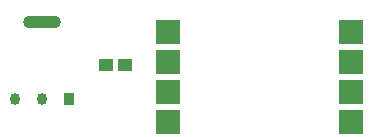
<source format=gbp>
G04*
G04 #@! TF.GenerationSoftware,Altium Limited,Altium Designer,23.4.1 (23)*
G04*
G04 Layer_Color=128*
%FSLAX44Y44*%
%MOMM*%
G71*
G04*
G04 #@! TF.SameCoordinates,0DB361A5-78C8-4FEA-9A46-C3B996989F44*
G04*
G04*
G04 #@! TF.FilePolarity,Positive*
G04*
G01*
G75*
%ADD21R,1.2084X1.0121*%
%ADD31R,2.0000X2.0000*%
%ADD32R,0.8721X1.0043*%
G04:AMPARAMS|DCode=33|XSize=1.0043mm|YSize=0.8721mm|CornerRadius=0.4361mm|HoleSize=0mm|Usage=FLASHONLY|Rotation=90.000|XOffset=0mm|YOffset=0mm|HoleType=Round|Shape=RoundedRectangle|*
%AMROUNDEDRECTD33*
21,1,1.0043,0.0000,0,0,90.0*
21,1,0.1322,0.8721,0,0,90.0*
1,1,0.8721,0.0000,0.0661*
1,1,0.8721,0.0000,-0.0661*
1,1,0.8721,0.0000,-0.0661*
1,1,0.8721,0.0000,0.0661*
%
%ADD33ROUNDEDRECTD33*%
G04:AMPARAMS|DCode=34|XSize=1.0043mm|YSize=3.1821mm|CornerRadius=0.4369mm|HoleSize=0mm|Usage=FLASHONLY|Rotation=90.000|XOffset=0mm|YOffset=0mm|HoleType=Round|Shape=RoundedRectangle|*
%AMROUNDEDRECTD34*
21,1,1.0043,2.3084,0,0,90.0*
21,1,0.1306,3.1821,0,0,90.0*
1,1,0.8737,1.1542,0.0653*
1,1,0.8737,1.1542,-0.0653*
1,1,0.8737,-1.1542,-0.0653*
1,1,0.8737,-1.1542,0.0653*
%
%ADD34ROUNDEDRECTD34*%
D21*
X263289Y156210D02*
D03*
X247251D02*
D03*
D31*
X299720Y184150D02*
D03*
Y158750D02*
D03*
Y133450D02*
D03*
Y107950D02*
D03*
X454720D02*
D03*
Y133450D02*
D03*
Y158750D02*
D03*
Y184150D02*
D03*
D32*
X215900Y127000D02*
D03*
D33*
X193000D02*
D03*
X170100D02*
D03*
D34*
X193000Y192900D02*
D03*
M02*

</source>
